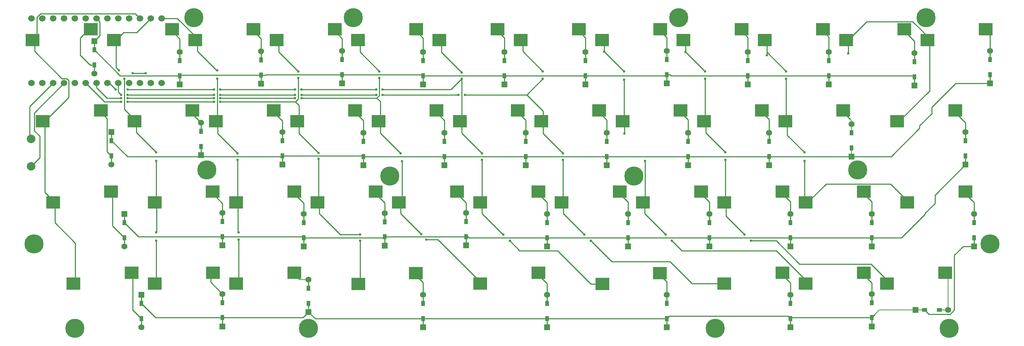
<source format=gbr>
%TF.GenerationSoftware,KiCad,Pcbnew,8.0.6*%
%TF.CreationDate,2025-02-17T10:52:22+09:00*%
%TF.ProjectId,assemble,61737365-6d62-46c6-952e-6b696361645f,rev?*%
%TF.SameCoordinates,Original*%
%TF.FileFunction,Copper,L2,Bot*%
%TF.FilePolarity,Positive*%
%FSLAX46Y46*%
G04 Gerber Fmt 4.6, Leading zero omitted, Abs format (unit mm)*
G04 Created by KiCad (PCBNEW 8.0.6) date 2025-02-17 10:52:22*
%MOMM*%
%LPD*%
G01*
G04 APERTURE LIST*
%TA.AperFunction,ComponentPad*%
%ADD10R,1.397000X1.397000*%
%TD*%
%TA.AperFunction,SMDPad,CuDef*%
%ADD11R,0.950000X1.300000*%
%TD*%
%TA.AperFunction,ComponentPad*%
%ADD12C,1.397000*%
%TD*%
%TA.AperFunction,SMDPad,CuDef*%
%ADD13R,3.300000X3.000000*%
%TD*%
%TA.AperFunction,WasherPad*%
%ADD14C,4.500000*%
%TD*%
%TA.AperFunction,SMDPad,CuDef*%
%ADD15R,1.300000X0.950000*%
%TD*%
%TA.AperFunction,ComponentPad*%
%ADD16C,2.000000*%
%TD*%
%TA.AperFunction,ComponentPad*%
%ADD17C,1.524000*%
%TD*%
%TA.AperFunction,ViaPad*%
%ADD18C,0.600000*%
%TD*%
%TA.AperFunction,Conductor*%
%ADD19C,0.250000*%
%TD*%
%TA.AperFunction,Conductor*%
%ADD20C,0.200000*%
%TD*%
G04 APERTURE END LIST*
D10*
%TO.P,D2,1,K*%
%TO.N,Row1*%
X61000000Y-68965000D03*
D11*
X61000000Y-71000000D03*
%TO.P,D2,2,A*%
%TO.N,Net-(D2-A)*%
X61000000Y-74550000D03*
D12*
X61000000Y-76585000D03*
%TD*%
D10*
%TO.P,D27,1,K*%
%TO.N,Row2*%
X182000000Y-95810000D03*
D11*
X182000000Y-93775000D03*
%TO.P,D27,2,A*%
%TO.N,Net-(D27-A)*%
X182000000Y-90225000D03*
D12*
X182000000Y-88190000D03*
%TD*%
D13*
%TO.P,SW32,1,1*%
%TO.N,Col7*%
X185431250Y-85526250D03*
%TO.P,SW32,2,2*%
%TO.N,Net-(D31-A)*%
X199031250Y-82986250D03*
%TD*%
D10*
%TO.P,D23,1,K*%
%TO.N,Row2*%
X163000000Y-95810000D03*
D11*
X163000000Y-93775000D03*
%TO.P,D23,2,A*%
%TO.N,Net-(D23-A)*%
X163000000Y-90225000D03*
D12*
X163000000Y-88190000D03*
%TD*%
D14*
%TO.P,Ref\u002A\u002A,*%
%TO.N,*%
X126208900Y-79295625D03*
%TD*%
D10*
%TO.P,D26,1,K*%
%TO.N,Row1*%
X177000000Y-76810000D03*
D11*
X177000000Y-74775000D03*
%TO.P,D26,2,A*%
%TO.N,Net-(D26-A)*%
X177000000Y-71225000D03*
D12*
X177000000Y-69190000D03*
%TD*%
D14*
%TO.P,Ref\u002A\u002A,*%
%TO.N,*%
X117636220Y-42148125D03*
%TD*%
D13*
%TO.P,SW35,1,1*%
%TO.N,Col8*%
X199718750Y-66476250D03*
%TO.P,SW35,2,2*%
%TO.N,Net-(D34-A)*%
X213318750Y-63936250D03*
%TD*%
D10*
%TO.P,D8,1,K*%
%TO.N,Row3*%
X87000000Y-114585000D03*
D11*
X87000000Y-112550000D03*
%TO.P,D8,2,A*%
%TO.N,Net-(D8-A)*%
X87000000Y-109000000D03*
D12*
X87000000Y-106965000D03*
%TD*%
D13*
%TO.P,SW22,1,1*%
%TO.N,Col5*%
X137806250Y-47426250D03*
%TO.P,SW22,2,2*%
%TO.N,Net-(D21-A)*%
X151406250Y-44886250D03*
%TD*%
%TO.P,SW25,1,1*%
%TO.N,Col5*%
X175960000Y-104616250D03*
%TO.P,SW25,2,2*%
%TO.N,Net-(D24-A)*%
X189460000Y-102076250D03*
%TD*%
D10*
%TO.P,D13,1,K*%
%TO.N,Row0*%
X115000000Y-57585000D03*
D11*
X115000000Y-55550000D03*
%TO.P,D13,2,A*%
%TO.N,Net-(D13-A)*%
X115000000Y-52000000D03*
D12*
X115000000Y-49965000D03*
%TD*%
D10*
%TO.P,D1,1,K*%
%TO.N,Row0*%
X57000000Y-47690000D03*
D11*
X57000000Y-49725000D03*
%TO.P,D1,2,A*%
%TO.N,Net-(D1-A)*%
X57000000Y-53275000D03*
D12*
X57000000Y-55310000D03*
%TD*%
D10*
%TO.P,D7,1,K*%
%TO.N,Row2*%
X87000000Y-95585000D03*
D11*
X87000000Y-93550000D03*
%TO.P,D7,2,A*%
%TO.N,Net-(D7-A)*%
X87000000Y-90000000D03*
D12*
X87000000Y-87965000D03*
%TD*%
D13*
%TO.P,SW10,1,1*%
%TO.N,Col2*%
X80656250Y-47420000D03*
%TO.P,SW10,2,2*%
%TO.N,Net-(D9-A)*%
X94256250Y-44880000D03*
%TD*%
D10*
%TO.P,D31,1,K*%
%TO.N,Row2*%
X201000000Y-95810000D03*
D11*
X201000000Y-93775000D03*
%TO.P,D31,2,A*%
%TO.N,Net-(D31-A)*%
X201000000Y-90225000D03*
D12*
X201000000Y-88190000D03*
%TD*%
D10*
%TO.P,D37,1,K*%
%TO.N,Row0*%
X229000000Y-57810000D03*
D11*
X229000000Y-55775000D03*
%TO.P,D37,2,A*%
%TO.N,Net-(D37-A)*%
X229000000Y-52225000D03*
D12*
X229000000Y-50190000D03*
%TD*%
D10*
%TO.P,D34,1,K*%
%TO.N,Row1*%
X215000000Y-76810000D03*
D11*
X215000000Y-74775000D03*
%TO.P,D34,2,A*%
%TO.N,Net-(D34-A)*%
X215000000Y-71225000D03*
D12*
X215000000Y-69190000D03*
%TD*%
D10*
%TO.P,D30,1,K*%
%TO.N,Row1*%
X196000000Y-76810000D03*
D11*
X196000000Y-74775000D03*
%TO.P,D30,2,A*%
%TO.N,Net-(D30-A)*%
X196000000Y-71225000D03*
D12*
X196000000Y-69190000D03*
%TD*%
D10*
%TO.P,D32,1,K*%
%TO.N,Row3*%
X239000000Y-114585000D03*
D11*
X239000000Y-112550000D03*
%TO.P,D32,2,A*%
%TO.N,Net-(D32-A)*%
X239000000Y-109000000D03*
D12*
X239000000Y-106965000D03*
%TD*%
D13*
%TO.P,SW7,1,1*%
%TO.N,Col1*%
X66368750Y-66476250D03*
%TO.P,SW7,2,2*%
%TO.N,Net-(D6-A)*%
X79968750Y-63936250D03*
%TD*%
D10*
%TO.P,D9,1,K*%
%TO.N,Row0*%
X96000000Y-57620000D03*
D11*
X96000000Y-55585000D03*
%TO.P,D9,2,A*%
%TO.N,Net-(D9-A)*%
X96000000Y-52035000D03*
D12*
X96000000Y-50000000D03*
%TD*%
D14*
%TO.P,Ref\u002A\u002A,*%
%TO.N,*%
X83345500Y-77866875D03*
%TD*%
D10*
%TO.P,D21,1,K*%
%TO.N,Row0*%
X153000000Y-57810000D03*
D11*
X153000000Y-55775000D03*
%TO.P,D21,2,A*%
%TO.N,Net-(D21-A)*%
X153000000Y-52225000D03*
D12*
X153000000Y-50190000D03*
%TD*%
D14*
%TO.P,Ref\u002A\u002A,*%
%TO.N,*%
X266705600Y-95250000D03*
%TD*%
D10*
%TO.P,D19,1,K*%
%TO.N,Row2*%
X144000000Y-95585000D03*
D11*
X144000000Y-93550000D03*
%TO.P,D19,2,A*%
%TO.N,Net-(D19-A)*%
X144000000Y-90000000D03*
D12*
X144000000Y-87965000D03*
%TD*%
D10*
%TO.P,D40,1,K*%
%TO.N,Row3*%
X263000000Y-95810000D03*
D11*
X263000000Y-93775000D03*
%TO.P,D40,2,A*%
%TO.N,Net-(D40-A)*%
X263000000Y-90225000D03*
D12*
X263000000Y-88190000D03*
%TD*%
D10*
%TO.P,D36,1,K*%
%TO.N,Row3*%
X249322190Y-110728125D03*
D15*
X251357190Y-110728125D03*
%TO.P,D36,2,A*%
%TO.N,Net-(D36-A)*%
X254907190Y-110728125D03*
D12*
X256942190Y-110728125D03*
%TD*%
D10*
%TO.P,D20,1,K*%
%TO.N,Row3*%
X163000000Y-114810000D03*
D11*
X163000000Y-112775000D03*
%TO.P,D20,2,A*%
%TO.N,Net-(D20-A)*%
X163000000Y-109225000D03*
D12*
X163000000Y-107190000D03*
%TD*%
D13*
%TO.P,SW29,1,1*%
%TO.N,Col6*%
X204481250Y-104576250D03*
%TO.P,SW29,2,2*%
%TO.N,Net-(D28-A)*%
X218081250Y-102036250D03*
%TD*%
%TO.P,SW11,1,1*%
%TO.N,Col2*%
X85418750Y-66476250D03*
%TO.P,SW11,2,2*%
%TO.N,Net-(D10-A)*%
X99018750Y-63936250D03*
%TD*%
D10*
%TO.P,D10,1,K*%
%TO.N,Row1*%
X101000000Y-76585000D03*
D11*
X101000000Y-74550000D03*
%TO.P,D10,2,A*%
%TO.N,Net-(D10-A)*%
X101000000Y-71000000D03*
D12*
X101000000Y-68965000D03*
%TD*%
D10*
%TO.P,D16,1,K*%
%TO.N,Row3*%
X134000000Y-114810000D03*
D11*
X134000000Y-112775000D03*
%TO.P,D16,2,A*%
%TO.N,Net-(D16-A)*%
X134000000Y-109225000D03*
D12*
X134000000Y-107190000D03*
%TD*%
D13*
%TO.P,SW40,1,1*%
%TO.N,Col9*%
X223531250Y-85526250D03*
%TO.P,SW40,2,2*%
%TO.N,Net-(D39-A)*%
X237131250Y-82986250D03*
%TD*%
%TO.P,SW15,1,1*%
%TO.N,Col3*%
X104468750Y-66476250D03*
%TO.P,SW15,2,2*%
%TO.N,Net-(D14-A)*%
X118068750Y-63936250D03*
%TD*%
D14*
%TO.P,Ref\u002A\u002A,*%
%TO.N,*%
X52388600Y-115014375D03*
%TD*%
D10*
%TO.P,D43,1,K*%
%TO.N,Row2*%
X261000000Y-76585000D03*
D11*
X261000000Y-74550000D03*
%TO.P,D43,2,A*%
%TO.N,Net-(D43-A)*%
X261000000Y-71000000D03*
D12*
X261000000Y-68965000D03*
%TD*%
D13*
%TO.P,SW37,1,1*%
%TO.N,Col8*%
X242581250Y-104576250D03*
%TO.P,SW37,2,2*%
%TO.N,Net-(D36-A)*%
X256181250Y-102036250D03*
%TD*%
D16*
%TO.P,SW1,1,1*%
%TO.N,Reset*%
X42149010Y-77068750D03*
%TO.P,SW1,2,2*%
%TO.N,GND*%
X42149010Y-70568750D03*
%TD*%
D13*
%TO.P,SW16,1,1*%
%TO.N,Col3*%
X109231250Y-85526250D03*
%TO.P,SW16,2,2*%
%TO.N,Net-(D15-A)*%
X122831250Y-82986250D03*
%TD*%
D10*
%TO.P,D14,1,K*%
%TO.N,Row1*%
X120000000Y-76810000D03*
D11*
X120000000Y-74775000D03*
%TO.P,D14,2,A*%
%TO.N,Net-(D14-A)*%
X120000000Y-71225000D03*
D12*
X120000000Y-69190000D03*
%TD*%
D13*
%TO.P,SW24,1,1*%
%TO.N,Col5*%
X147331250Y-85526250D03*
%TO.P,SW24,2,2*%
%TO.N,Net-(D23-A)*%
X160931250Y-82986250D03*
%TD*%
D10*
%TO.P,D39,1,K*%
%TO.N,Row2*%
X239000000Y-95810000D03*
D11*
X239000000Y-93775000D03*
%TO.P,D39,2,A*%
%TO.N,Net-(D39-A)*%
X239000000Y-90225000D03*
D12*
X239000000Y-88190000D03*
%TD*%
D13*
%TO.P,SW23,1,1*%
%TO.N,Col5*%
X142568750Y-66476250D03*
%TO.P,SW23,2,2*%
%TO.N,Net-(D22-A)*%
X156168750Y-63936250D03*
%TD*%
%TO.P,SW38,1,1*%
%TO.N,Col9*%
X214006250Y-47426250D03*
%TO.P,SW38,2,2*%
%TO.N,Net-(D37-A)*%
X227606250Y-44886250D03*
%TD*%
D10*
%TO.P,D42,1,K*%
%TO.N,Row1*%
X266700000Y-57585000D03*
D11*
X266700000Y-55550000D03*
%TO.P,D42,2,A*%
%TO.N,Net-(D42-A)*%
X266700000Y-52000000D03*
D12*
X266700000Y-49965000D03*
%TD*%
D13*
%TO.P,SW13,1,1*%
%TO.N,Col2*%
X90181250Y-104576250D03*
%TO.P,SW13,2,2*%
%TO.N,Net-(D12-A)*%
X103781250Y-102036250D03*
%TD*%
%TO.P,SW20,1,1*%
%TO.N,Col4*%
X128281250Y-85526250D03*
%TO.P,SW20,2,2*%
%TO.N,Net-(D19-A)*%
X141881250Y-82986250D03*
%TD*%
%TO.P,SW9,1,1*%
%TO.N,Col1*%
X71131250Y-104576250D03*
%TO.P,SW9,2,2*%
%TO.N,Net-(D8-A)*%
X84731250Y-102036250D03*
%TD*%
%TO.P,SW39,1,1*%
%TO.N,Col9*%
X218768750Y-66476250D03*
%TO.P,SW39,2,2*%
%TO.N,Net-(D38-A)*%
X232368750Y-63936250D03*
%TD*%
D10*
%TO.P,D11,1,K*%
%TO.N,Row2*%
X106000000Y-95810000D03*
D11*
X106000000Y-93775000D03*
%TO.P,D11,2,A*%
%TO.N,Net-(D11-A)*%
X106000000Y-90225000D03*
D12*
X106000000Y-88190000D03*
%TD*%
D10*
%TO.P,D4,1,K*%
%TO.N,Row3*%
X68000000Y-107190000D03*
D11*
X68000000Y-109225000D03*
%TO.P,D4,2,A*%
%TO.N,Net-(D4-A)*%
X68000000Y-112775000D03*
D12*
X68000000Y-114810000D03*
%TD*%
D10*
%TO.P,D12,1,K*%
%TO.N,Row3*%
X107158500Y-111204375D03*
D11*
X107158500Y-109169375D03*
%TO.P,D12,2,A*%
%TO.N,Net-(D12-A)*%
X107158500Y-105619375D03*
D12*
X107158500Y-103584375D03*
%TD*%
D10*
%TO.P,D28,1,K*%
%TO.N,Row3*%
X220000000Y-114810000D03*
D11*
X220000000Y-112775000D03*
%TO.P,D28,2,A*%
%TO.N,Net-(D28-A)*%
X220000000Y-109225000D03*
D12*
X220000000Y-107190000D03*
%TD*%
D10*
%TO.P,D29,1,K*%
%TO.N,Row0*%
X191000000Y-57585000D03*
D11*
X191000000Y-55550000D03*
%TO.P,D29,2,A*%
%TO.N,Net-(D29-A)*%
X191000000Y-52000000D03*
D12*
X191000000Y-49965000D03*
%TD*%
D13*
%TO.P,SW12,1,1*%
%TO.N,Col2*%
X90181250Y-85526250D03*
%TO.P,SW12,2,2*%
%TO.N,Net-(D11-A)*%
X103781250Y-82986250D03*
%TD*%
D10*
%TO.P,D24,1,K*%
%TO.N,Row3*%
X191000000Y-114810000D03*
D11*
X191000000Y-112775000D03*
%TO.P,D24,2,A*%
%TO.N,Net-(D24-A)*%
X191000000Y-109225000D03*
D12*
X191000000Y-107190000D03*
%TD*%
D10*
%TO.P,D38,1,K*%
%TO.N,Row1*%
X234319920Y-74771250D03*
D11*
X234319920Y-72736250D03*
%TO.P,D38,2,A*%
%TO.N,Net-(D38-A)*%
X234319920Y-69186250D03*
D12*
X234319920Y-67151250D03*
%TD*%
D14*
%TO.P,Ref\u002A\u002A,*%
%TO.N,*%
X235748700Y-77866875D03*
%TD*%
D13*
%TO.P,SW2,1,1*%
%TO.N,Col0*%
X42550000Y-47420000D03*
%TO.P,SW2,2,2*%
%TO.N,Net-(D1-A)*%
X56150000Y-44880000D03*
%TD*%
D14*
%TO.P,Ref\u002A\u002A,*%
%TO.N,*%
X251703410Y-42148125D03*
%TD*%
D10*
%TO.P,D33,1,K*%
%TO.N,Row0*%
X210000000Y-57810000D03*
D11*
X210000000Y-55775000D03*
%TO.P,D33,2,A*%
%TO.N,Net-(D33-A)*%
X210000000Y-52225000D03*
D12*
X210000000Y-50190000D03*
%TD*%
D13*
%TO.P,SW36,1,1*%
%TO.N,Col8*%
X204481250Y-85526250D03*
%TO.P,SW36,2,2*%
%TO.N,Net-(D35-A)*%
X218081250Y-82986250D03*
%TD*%
D14*
%TO.P,Ref\u002A\u002A,*%
%TO.N,*%
X107158500Y-115014375D03*
%TD*%
D13*
%TO.P,SW21,1,1*%
%TO.N,Col4*%
X147331250Y-104576250D03*
%TO.P,SW21,2,2*%
%TO.N,Net-(D20-A)*%
X160931250Y-102036250D03*
%TD*%
%TO.P,SW27,1,1*%
%TO.N,Col6*%
X161618750Y-66476250D03*
%TO.P,SW27,2,2*%
%TO.N,Net-(D26-A)*%
X175218750Y-63936250D03*
%TD*%
%TO.P,SW33,1,1*%
%TO.N,Col7*%
X223531250Y-104576250D03*
%TO.P,SW33,2,2*%
%TO.N,Net-(D32-A)*%
X237131250Y-102036250D03*
%TD*%
%TO.P,SW41,1,1*%
%TO.N,Col9*%
X247343750Y-85526250D03*
%TO.P,SW41,2,2*%
%TO.N,Net-(D40-A)*%
X260943750Y-82986250D03*
%TD*%
%TO.P,SW31,1,1*%
%TO.N,Col7*%
X180668750Y-66476250D03*
%TO.P,SW31,2,2*%
%TO.N,Net-(D30-A)*%
X194268750Y-63936250D03*
%TD*%
D10*
%TO.P,D3,1,K*%
%TO.N,Row2*%
X64000000Y-88190000D03*
D11*
X64000000Y-90225000D03*
%TO.P,D3,2,A*%
%TO.N,Net-(D3-A)*%
X64000000Y-93775000D03*
D12*
X64000000Y-95810000D03*
%TD*%
D13*
%TO.P,SW5,1,1*%
%TO.N,Col0*%
X52081250Y-104576250D03*
%TO.P,SW5,2,2*%
%TO.N,Net-(D4-A)*%
X65681250Y-102036250D03*
%TD*%
%TO.P,SW19,1,1*%
%TO.N,Col4*%
X123518750Y-66476250D03*
%TO.P,SW19,2,2*%
%TO.N,Net-(D18-A)*%
X137118750Y-63936250D03*
%TD*%
D14*
%TO.P,Ref\u002A\u002A,*%
%TO.N,*%
X42863400Y-95250000D03*
%TD*%
%TO.P,Ref\u002A\u002A,*%
%TO.N,*%
X80249810Y-42148125D03*
%TD*%
D10*
%TO.P,D5,1,K*%
%TO.N,Row0*%
X77000000Y-57810000D03*
D11*
X77000000Y-55775000D03*
%TO.P,D5,2,A*%
%TO.N,Net-(D5-A)*%
X77000000Y-52225000D03*
D12*
X77000000Y-50190000D03*
%TD*%
D10*
%TO.P,D35,1,K*%
%TO.N,Row2*%
X220000000Y-95810000D03*
D11*
X220000000Y-93775000D03*
%TO.P,D35,2,A*%
%TO.N,Net-(D35-A)*%
X220000000Y-90225000D03*
D12*
X220000000Y-88190000D03*
%TD*%
D13*
%TO.P,SW4,1,1*%
%TO.N,Col0*%
X47310000Y-85520000D03*
%TO.P,SW4,2,2*%
%TO.N,Net-(D3-A)*%
X60910000Y-82980000D03*
%TD*%
%TO.P,SW42,1,1*%
%TO.N,Col10*%
X233056250Y-47426250D03*
%TO.P,SW42,2,2*%
%TO.N,Net-(D41-A)*%
X246656250Y-44886250D03*
%TD*%
D10*
%TO.P,D6,1,K*%
%TO.N,Row1*%
X82000000Y-74425000D03*
D11*
X82000000Y-72390000D03*
%TO.P,D6,2,A*%
%TO.N,Net-(D6-A)*%
X82000000Y-68840000D03*
D12*
X82000000Y-66805000D03*
%TD*%
D14*
%TO.P,Ref\u002A\u002A,*%
%TO.N,*%
X193837820Y-42148125D03*
%TD*%
D13*
%TO.P,SW30,1,1*%
%TO.N,Col7*%
X175906250Y-47426250D03*
%TO.P,SW30,2,2*%
%TO.N,Net-(D29-A)*%
X189506250Y-44886250D03*
%TD*%
D14*
%TO.P,Ref\u002A\u002A,*%
%TO.N,*%
X257180425Y-115014375D03*
%TD*%
D13*
%TO.P,SW3,1,1*%
%TO.N,Col0*%
X44930000Y-66470000D03*
%TO.P,SW3,2,2*%
%TO.N,Net-(D2-A)*%
X58530000Y-63930000D03*
%TD*%
D10*
%TO.P,D18,1,K*%
%TO.N,Row1*%
X139000000Y-76810000D03*
D11*
X139000000Y-74775000D03*
%TO.P,D18,2,A*%
%TO.N,Net-(D18-A)*%
X139000000Y-71225000D03*
D12*
X139000000Y-69190000D03*
%TD*%
D10*
%TO.P,D15,1,K*%
%TO.N,Row2*%
X125000000Y-95620000D03*
D11*
X125000000Y-93585000D03*
%TO.P,D15,2,A*%
%TO.N,Net-(D15-A)*%
X125000000Y-90035000D03*
D12*
X125000000Y-88000000D03*
%TD*%
D13*
%TO.P,SW26,1,1*%
%TO.N,Col6*%
X156856250Y-47420000D03*
%TO.P,SW26,2,2*%
%TO.N,Net-(D25-A)*%
X170456250Y-44880000D03*
%TD*%
D14*
%TO.P,Ref\u002A\u002A,*%
%TO.N,*%
X183360100Y-79295625D03*
%TD*%
D13*
%TO.P,SW18,1,1*%
%TO.N,Col4*%
X118756250Y-47426250D03*
%TO.P,SW18,2,2*%
%TO.N,Net-(D17-A)*%
X132356250Y-44886250D03*
%TD*%
D14*
%TO.P,Ref\u002A\u002A,*%
%TO.N,*%
X202410500Y-115014375D03*
%TD*%
D10*
%TO.P,D41,1,K*%
%TO.N,Row0*%
X249000000Y-58035000D03*
D11*
X249000000Y-56000000D03*
%TO.P,D41,2,A*%
%TO.N,Net-(D41-A)*%
X249000000Y-52450000D03*
D12*
X249000000Y-50415000D03*
%TD*%
D10*
%TO.P,D17,1,K*%
%TO.N,Row0*%
X134000000Y-57810000D03*
D11*
X134000000Y-55775000D03*
%TO.P,D17,2,A*%
%TO.N,Net-(D17-A)*%
X134000000Y-52225000D03*
D12*
X134000000Y-50190000D03*
%TD*%
D13*
%TO.P,SW44,1,1*%
%TO.N,Col10*%
X244970000Y-66476250D03*
%TO.P,SW44,2,2*%
%TO.N,Net-(D43-A)*%
X258570000Y-63936250D03*
%TD*%
%TO.P,SW14,1,1*%
%TO.N,Col3*%
X99706250Y-47426250D03*
%TO.P,SW14,2,2*%
%TO.N,Net-(D13-A)*%
X113306250Y-44886250D03*
%TD*%
%TO.P,SW8,1,1*%
%TO.N,Col1*%
X71122500Y-85526250D03*
%TO.P,SW8,2,2*%
%TO.N,Net-(D7-A)*%
X84722500Y-82986250D03*
%TD*%
D10*
%TO.P,D22,1,K*%
%TO.N,Row1*%
X158000000Y-76810000D03*
D11*
X158000000Y-74775000D03*
%TO.P,D22,2,A*%
%TO.N,Net-(D22-A)*%
X158000000Y-71225000D03*
D12*
X158000000Y-69190000D03*
%TD*%
D13*
%TO.P,SW43,1,1*%
%TO.N,Col10*%
X252106250Y-47420000D03*
%TO.P,SW43,2,2*%
%TO.N,Net-(D42-A)*%
X265706250Y-44880000D03*
%TD*%
%TO.P,SW34,1,1*%
%TO.N,Col8*%
X194956250Y-47426250D03*
%TO.P,SW34,2,2*%
%TO.N,Net-(D33-A)*%
X208556250Y-44886250D03*
%TD*%
%TO.P,SW6,1,1*%
%TO.N,Col1*%
X61606250Y-47420000D03*
%TO.P,SW6,2,2*%
%TO.N,Net-(D5-A)*%
X75206250Y-44880000D03*
%TD*%
%TO.P,SW17,1,1*%
%TO.N,Col3*%
X118800000Y-104616250D03*
%TO.P,SW17,2,2*%
%TO.N,Net-(D16-A)*%
X132300000Y-102076250D03*
%TD*%
D10*
%TO.P,D25,1,K*%
%TO.N,Row0*%
X172000000Y-57810000D03*
D11*
X172000000Y-55775000D03*
%TO.P,D25,2,A*%
%TO.N,Net-(D25-A)*%
X172000000Y-52225000D03*
D12*
X172000000Y-50190000D03*
%TD*%
D13*
%TO.P,SW28,1,1*%
%TO.N,Col6*%
X166381250Y-85526250D03*
%TO.P,SW28,2,2*%
%TO.N,Net-(D27-A)*%
X179981250Y-82986250D03*
%TD*%
D17*
%TO.P,U1,1,D3/PIN1*%
%TO.N,unconnected-(U1-D3{slash}PIN1-Pad1)*%
X44832000Y-42286400D03*
%TO.P,U1,2,D2/PIN2*%
%TO.N,unconnected-(U1-D2{slash}PIN2-Pad2)*%
X47372000Y-42286400D03*
%TO.P,U1,3,GND*%
%TO.N,GND*%
X49912000Y-42286400D03*
%TO.P,U1,4,GND*%
X52452000Y-42286400D03*
%TO.P,U1,5,D1/PIN5/SDA*%
%TO.N,unconnected-(U1-D1{slash}PIN5{slash}SDA-Pad5)*%
X54992000Y-42286400D03*
%TO.P,U1,6,D0/PIN6/SCL*%
%TO.N,Row0*%
X57532000Y-42286400D03*
%TO.P,U1,7,D4/PIN7*%
%TO.N,Row1*%
X60072000Y-42286400D03*
%TO.P,U1,8,C6/PIN8*%
%TO.N,Row2*%
X62612000Y-42286400D03*
%TO.P,U1,9,D7/PIN9*%
%TO.N,Row3*%
X65152000Y-42286400D03*
%TO.P,U1,10,E6/PIN10*%
%TO.N,Col0*%
X67692000Y-42286400D03*
%TO.P,U1,11,B4/PIN11*%
%TO.N,Col1*%
X70232000Y-42286400D03*
%TO.P,U1,12,B5/PIN12*%
%TO.N,Col2*%
X72772000Y-42286400D03*
%TO.P,U1,13,B6/PIN13*%
%TO.N,Col10*%
X72772000Y-57506400D03*
%TO.P,U1,14,B2/PIN14*%
%TO.N,Col9*%
X70232000Y-57506400D03*
%TO.P,U1,15,B3/PIN15*%
%TO.N,Col8*%
X67692000Y-57506400D03*
%TO.P,U1,16,B1/PIN16*%
%TO.N,Col7*%
X65152000Y-57506400D03*
%TO.P,U1,17,F7/PIN17*%
%TO.N,Col6*%
X62612000Y-57506400D03*
%TO.P,U1,18,F6/PIN18*%
%TO.N,Col5*%
X60072000Y-57506400D03*
%TO.P,U1,19,F5/PIN19*%
%TO.N,Col4*%
X57532000Y-57506400D03*
%TO.P,U1,20,F4/PIN20*%
%TO.N,Col3*%
X54992000Y-57506400D03*
%TO.P,U1,21,VCC*%
%TO.N,VCC*%
X52452000Y-57506400D03*
%TO.P,U1,22,RST*%
%TO.N,Reset*%
X49912000Y-57506400D03*
%TO.P,U1,23,GND*%
%TO.N,GND*%
X47372000Y-57506400D03*
%TO.P,U1,24,RAW*%
%TO.N,unconnected-(U1-RAW-Pad24)*%
X44832000Y-57506400D03*
%TO.P,U1,25,BAT+*%
%TO.N,unconnected-(U1-BAT+-Pad25)*%
X42292000Y-57506400D03*
%TO.P,U1,26,BAT-*%
%TO.N,GND*%
X42292000Y-42286400D03*
%TD*%
D18*
%TO.N,Col1*%
X71500000Y-94500000D03*
X71500000Y-73750000D03*
X64013368Y-56486632D03*
X71500000Y-75750000D03*
X62750000Y-54500000D03*
X71500000Y-92500000D03*
%TO.N,Col2*%
X90750000Y-94250000D03*
X85750000Y-56500000D03*
X90750000Y-92500000D03*
X90500000Y-75500000D03*
X90500000Y-74000000D03*
X85750000Y-54500000D03*
%TO.N,Col3*%
X63250000Y-61850006D03*
X86500000Y-61850006D03*
X119250000Y-93000000D03*
X119250000Y-94500000D03*
X104750000Y-56250000D03*
X109500000Y-73925000D03*
X109500000Y-75250000D03*
X104750000Y-54750000D03*
X64750000Y-61850006D03*
X85000000Y-61850006D03*
%TO.N,Col4*%
X63250000Y-61050003D03*
X133500000Y-92925000D03*
X104000000Y-61050003D03*
X123750000Y-54750000D03*
X64750000Y-61050003D03*
X129066460Y-75816460D03*
X123750000Y-56250000D03*
X85000000Y-61050003D03*
X105500000Y-61050003D03*
X86500000Y-61050003D03*
X128750000Y-74000000D03*
X134750000Y-94250000D03*
%TO.N,Col5*%
X86500000Y-59000000D03*
X124500000Y-59000000D03*
X85000000Y-59000000D03*
X154250000Y-94500000D03*
X152750000Y-93000000D03*
X147750000Y-74000000D03*
X143000000Y-56500000D03*
X64750000Y-59000000D03*
X123000000Y-59000000D03*
X147750000Y-75500000D03*
X61987000Y-59000000D03*
X143000000Y-55000000D03*
X104000000Y-59000000D03*
X105500000Y-59000000D03*
%TO.N,Col6*%
X142250000Y-60250000D03*
X143750000Y-60250000D03*
X64750000Y-60250000D03*
X166750000Y-74000000D03*
X85000000Y-60250000D03*
X123000000Y-60250000D03*
X173250000Y-94500000D03*
X162000000Y-54750000D03*
X63250000Y-60250000D03*
X105500000Y-60250000D03*
X162000000Y-56500000D03*
X171750000Y-93000000D03*
X104000000Y-60250000D03*
X124500000Y-60250000D03*
X166750000Y-75500000D03*
X86500000Y-60250000D03*
%TO.N,Col7*%
X65980000Y-55150000D03*
X190750000Y-93000000D03*
X69000000Y-55150000D03*
X181000000Y-56750000D03*
X181118750Y-69294375D03*
X181000000Y-54750000D03*
X185979530Y-75729530D03*
X192250000Y-94500000D03*
X176356250Y-50106250D03*
%TO.N,Col8*%
X200000000Y-54750000D03*
X195406250Y-50156250D03*
X204750000Y-75500000D03*
X209250000Y-93000000D03*
X210750000Y-94500000D03*
X204750000Y-73750000D03*
X200000000Y-56500000D03*
%TO.N,Col10*%
X233500000Y-50500000D03*
%TO.N,Col9*%
X223250000Y-75750000D03*
X219000000Y-54750000D03*
X223250000Y-73750000D03*
X214456250Y-51000000D03*
X219000000Y-56500000D03*
%TD*%
D19*
%TO.N,Net-(D1-A)*%
X53705000Y-50955000D02*
X56025000Y-53275000D01*
X55700000Y-44880000D02*
X53705000Y-46875000D01*
X56025000Y-53275000D02*
X57000000Y-53275000D01*
X57000000Y-53275000D02*
X57000000Y-55310000D01*
X53705000Y-46875000D02*
X53705000Y-50955000D01*
%TO.N,Row0*%
X191000000Y-55550000D02*
X191000000Y-57585000D01*
X134000000Y-55775000D02*
X153000000Y-55775000D01*
X77000000Y-55775000D02*
X77275000Y-55775000D01*
X229000000Y-55775000D02*
X248775000Y-55775000D01*
X192025000Y-55775000D02*
X210000000Y-55775000D01*
X96000000Y-55585000D02*
X96000000Y-57620000D01*
X57000000Y-47690000D02*
X57000000Y-49725000D01*
X77465000Y-55585000D02*
X96000000Y-55585000D01*
X134000000Y-55775000D02*
X134000000Y-57810000D01*
X153000000Y-55775000D02*
X172000000Y-55775000D01*
X115000000Y-55550000D02*
X115000000Y-57585000D01*
X115000000Y-55550000D02*
X133775000Y-55550000D01*
X229000000Y-55775000D02*
X229000000Y-57810000D01*
X210000000Y-55775000D02*
X210000000Y-57810000D01*
X77000000Y-55775000D02*
X77000000Y-57810000D01*
X191000000Y-55550000D02*
X191800000Y-55550000D01*
X133775000Y-55550000D02*
X134000000Y-55775000D01*
X58293999Y-43048399D02*
X57532000Y-42286400D01*
X58293999Y-46396001D02*
X58293999Y-43048399D01*
X190775000Y-55775000D02*
X191000000Y-55550000D01*
X57000000Y-47690000D02*
X58293999Y-46396001D01*
X249000000Y-56000000D02*
X249000000Y-58035000D01*
X248775000Y-55775000D02*
X249000000Y-56000000D01*
X172000000Y-55775000D02*
X172000000Y-57810000D01*
X57000000Y-49725000D02*
X63050000Y-55775000D01*
X97165000Y-55585000D02*
X97200000Y-55550000D01*
X172000000Y-55775000D02*
X190775000Y-55775000D01*
X96000000Y-55585000D02*
X97165000Y-55585000D01*
X210000000Y-55775000D02*
X229000000Y-55775000D01*
X191800000Y-55550000D02*
X192025000Y-55775000D01*
X97200000Y-55550000D02*
X115000000Y-55550000D01*
X77275000Y-55775000D02*
X77465000Y-55585000D01*
X63050000Y-55775000D02*
X77000000Y-55775000D01*
X153000000Y-55775000D02*
X153000000Y-57810000D01*
%TO.N,Row1*%
X119775000Y-74550000D02*
X120000000Y-74775000D01*
X139000000Y-74775000D02*
X158000000Y-74775000D01*
D20*
X234319920Y-72736250D02*
X234319920Y-74771250D01*
D19*
X61000000Y-68965000D02*
X61000000Y-71000000D01*
X100775000Y-74775000D02*
X101000000Y-74550000D01*
X253085000Y-64665000D02*
X253085000Y-63165000D01*
X250250000Y-67500000D02*
X253085000Y-64665000D01*
X81650000Y-74775000D02*
X82000000Y-74425000D01*
X266700000Y-55550000D02*
X266700000Y-57585000D01*
X64775000Y-74775000D02*
X81650000Y-74775000D01*
X82000000Y-72390000D02*
X82000000Y-74425000D01*
X82350000Y-74775000D02*
X100775000Y-74775000D01*
X177000000Y-74775000D02*
X177000000Y-76810000D01*
X234000000Y-74775000D02*
X243565794Y-74775000D01*
X139000000Y-74775000D02*
X139000000Y-76810000D01*
X250250000Y-68090794D02*
X250250000Y-67500000D01*
X61000000Y-71000000D02*
X64775000Y-74775000D01*
X196000000Y-74775000D02*
X215000000Y-74775000D01*
X243565794Y-74775000D02*
X250250000Y-68090794D01*
X82000000Y-74425000D02*
X82350000Y-74775000D01*
X158000000Y-74775000D02*
X177000000Y-74775000D01*
X266700000Y-57585000D02*
X258665000Y-57585000D01*
X196000000Y-74775000D02*
X196000000Y-76810000D01*
X101000000Y-74550000D02*
X119775000Y-74550000D01*
X215000000Y-74775000D02*
X215000000Y-76810000D01*
X253085000Y-63165000D02*
X258665000Y-57585000D01*
X101000000Y-76585000D02*
X101000000Y-74550000D01*
X177000000Y-74775000D02*
X196000000Y-74775000D01*
X215000000Y-74775000D02*
X234000000Y-74775000D01*
X120000000Y-74775000D02*
X120000000Y-76810000D01*
X158000000Y-74775000D02*
X158000000Y-76810000D01*
X120000000Y-74775000D02*
X139000000Y-74775000D01*
%TO.N,Net-(D2-A)*%
X58080000Y-63930000D02*
X59976500Y-65826500D01*
X59976500Y-73526500D02*
X61000000Y-74550000D01*
X61000000Y-74550000D02*
X61000000Y-76585000D01*
X59976500Y-65826500D02*
X59976500Y-73526500D01*
%TO.N,Net-(D3-A)*%
X64000000Y-93775000D02*
X64000000Y-95810000D01*
X61215000Y-83735000D02*
X61215000Y-90990000D01*
X61215000Y-90990000D02*
X64000000Y-93775000D01*
X60460000Y-82980000D02*
X61215000Y-83735000D01*
%TO.N,Row2*%
X144000000Y-93550000D02*
X144450000Y-93550000D01*
X125415000Y-93585000D02*
X125450000Y-93550000D01*
X106000000Y-93775000D02*
X106000000Y-95810000D01*
X64000000Y-88190000D02*
X64000000Y-90225000D01*
X201000000Y-93775000D02*
X220000000Y-93775000D01*
X87000000Y-93550000D02*
X67325000Y-93550000D01*
X125000000Y-93585000D02*
X125415000Y-93585000D01*
X144450000Y-93550000D02*
X144675000Y-93775000D01*
X144675000Y-93775000D02*
X163000000Y-93775000D01*
X220000000Y-93775000D02*
X220000000Y-95810000D01*
X125000000Y-93585000D02*
X125000000Y-95620000D01*
X163000000Y-93775000D02*
X182000000Y-93775000D01*
X239000000Y-93775000D02*
X239000000Y-95810000D01*
X245989544Y-93775000D02*
X239000000Y-93775000D01*
X144000000Y-93550000D02*
X144000000Y-95585000D01*
X261000000Y-76585000D02*
X253809993Y-83775007D01*
X105775000Y-93550000D02*
X106000000Y-93775000D01*
X253809993Y-85731250D02*
X251500000Y-88041243D01*
X251500000Y-88041243D02*
X251500000Y-88264544D01*
X251500000Y-88264544D02*
X245989544Y-93775000D01*
X87000000Y-93550000D02*
X105775000Y-93550000D01*
X124810000Y-93775000D02*
X125000000Y-93585000D01*
X125450000Y-93550000D02*
X144000000Y-93550000D01*
X253809993Y-83775007D02*
X253809993Y-85731250D01*
X67325000Y-93550000D02*
X64000000Y-90225000D01*
X182000000Y-93775000D02*
X182000000Y-95810000D01*
X106000000Y-93775000D02*
X124810000Y-93775000D01*
X261000000Y-74550000D02*
X261000000Y-76585000D01*
X182000000Y-93775000D02*
X201000000Y-93775000D01*
X220000000Y-93775000D02*
X239000000Y-93775000D01*
X163000000Y-93775000D02*
X163000000Y-95810000D01*
X201000000Y-93775000D02*
X201000000Y-95810000D01*
X87000000Y-95585000D02*
X87000000Y-93550000D01*
%TO.N,Row3*%
X220000000Y-112775000D02*
X220000000Y-114810000D01*
X71325000Y-112550000D02*
X68000000Y-109225000D01*
X134000000Y-112775000D02*
X134000000Y-114810000D01*
X220225000Y-112550000D02*
X220000000Y-112775000D01*
X105812875Y-112550000D02*
X107158500Y-111204375D01*
X191000000Y-112775000D02*
X191000000Y-114810000D01*
X258371050Y-97869395D02*
X258371050Y-110746713D01*
X107158500Y-111204375D02*
X108729125Y-112775000D01*
X258371050Y-110746713D02*
X257366138Y-111751625D01*
X191618125Y-112156875D02*
X191000000Y-112775000D01*
X263000000Y-93775000D02*
X263000000Y-95810000D01*
X87000000Y-112550000D02*
X71325000Y-112550000D01*
X68000000Y-109225000D02*
X68000000Y-107190000D01*
X134000000Y-112775000D02*
X163000000Y-112775000D01*
D20*
X240821875Y-110728125D02*
X239000000Y-112550000D01*
D19*
X163000000Y-112775000D02*
X163000000Y-114810000D01*
X239804375Y-111745625D02*
X239000000Y-112550000D01*
X107158500Y-109169375D02*
X107158500Y-111204375D01*
X239000000Y-112550000D02*
X239000000Y-114585000D01*
X191000000Y-112775000D02*
X163000000Y-112775000D01*
X87000000Y-112550000D02*
X87000000Y-114585000D01*
X252380690Y-111751625D02*
X251357190Y-110728125D01*
X219381875Y-112156875D02*
X191618125Y-112156875D01*
X239000000Y-112550000D02*
X220225000Y-112550000D01*
X108729125Y-112775000D02*
X134000000Y-112775000D01*
X87000000Y-112550000D02*
X105812875Y-112550000D01*
X260430445Y-95810000D02*
X258371050Y-97869395D01*
D20*
X251357190Y-110728125D02*
X249322190Y-110728125D01*
D19*
X257366138Y-111751625D02*
X252380690Y-111751625D01*
X263000000Y-95810000D02*
X260430445Y-95810000D01*
D20*
X249322190Y-110728125D02*
X240821875Y-110728125D01*
D19*
X220000000Y-112775000D02*
X219381875Y-112156875D01*
%TO.N,Net-(D4-A)*%
X65986250Y-110761250D02*
X68000000Y-112775000D01*
X65231250Y-102036250D02*
X65986250Y-102791250D01*
X68000000Y-112775000D02*
X68000000Y-114810000D01*
X65986250Y-102791250D02*
X65986250Y-110761250D01*
%TO.N,Net-(D5-A)*%
X77000000Y-52225000D02*
X77000000Y-50190000D01*
X77000000Y-50190000D02*
X77000000Y-47123750D01*
X77000000Y-47123750D02*
X74756250Y-44880000D01*
%TO.N,Net-(D6-A)*%
X82000000Y-68840000D02*
X82000000Y-66805000D01*
X82000000Y-66805000D02*
X79518750Y-64323750D01*
X79518750Y-64323750D02*
X79518750Y-63936250D01*
%TO.N,Net-(D7-A)*%
X87000000Y-90000000D02*
X87000000Y-87965000D01*
X87000000Y-85713750D02*
X87000000Y-87965000D01*
X84272500Y-82986250D02*
X87000000Y-85713750D01*
%TO.N,Net-(D8-A)*%
X87000000Y-106965000D02*
X87000000Y-109000000D01*
X84281250Y-102036250D02*
X84281250Y-104246250D01*
X84281250Y-104246250D02*
X87000000Y-106965000D01*
%TO.N,Net-(D9-A)*%
X96000000Y-47073750D02*
X93806250Y-44880000D01*
X96000000Y-50000000D02*
X96000000Y-47073750D01*
X96000000Y-52035000D02*
X96000000Y-50000000D01*
%TO.N,Net-(D10-A)*%
X101000000Y-71000000D02*
X101000000Y-68965000D01*
X101000000Y-68965000D02*
X101000000Y-66367500D01*
X101000000Y-66367500D02*
X98568750Y-63936250D01*
%TO.N,Net-(D11-A)*%
X106000000Y-85655000D02*
X106000000Y-88190000D01*
X103331250Y-82986250D02*
X106000000Y-85655000D01*
X106000000Y-88190000D02*
X106000000Y-90225000D01*
%TO.N,Net-(D12-A)*%
X107158500Y-105619375D02*
X107158500Y-103584375D01*
D20*
X103467225Y-102036250D02*
X105015350Y-103584375D01*
X105015350Y-103584375D02*
X107158500Y-103584375D01*
X103331250Y-102036250D02*
X103467225Y-102036250D01*
D19*
%TO.N,Net-(D13-A)*%
X115000000Y-49965000D02*
X115000000Y-47030000D01*
X115000000Y-47030000D02*
X112856250Y-44886250D01*
X115000000Y-52000000D02*
X115000000Y-49965000D01*
%TO.N,Net-(D14-A)*%
X120000000Y-71225000D02*
X120000000Y-69190000D01*
X120000000Y-66317500D02*
X117618750Y-63936250D01*
X120000000Y-69190000D02*
X120000000Y-66317500D01*
%TO.N,Net-(D15-A)*%
X125000000Y-90035000D02*
X125000000Y-88000000D01*
X125000000Y-88000000D02*
X125000000Y-85605000D01*
X125000000Y-85605000D02*
X122381250Y-82986250D01*
%TO.N,Net-(D16-A)*%
X134000000Y-109225000D02*
X134000000Y-107190000D01*
X134000000Y-104276250D02*
X134000000Y-107190000D01*
X131800000Y-102076250D02*
X134000000Y-104276250D01*
%TO.N,Net-(D17-A)*%
X134000000Y-46980000D02*
X131906250Y-44886250D01*
X134000000Y-50190000D02*
X134000000Y-46980000D01*
X134000000Y-52225000D02*
X134000000Y-50190000D01*
%TO.N,Net-(D18-A)*%
X139000000Y-66267500D02*
X136668750Y-63936250D01*
X139000000Y-71225000D02*
X139000000Y-69190000D01*
X139000000Y-69190000D02*
X139000000Y-66267500D01*
%TO.N,Net-(D19-A)*%
X144000000Y-85555000D02*
X141431250Y-82986250D01*
X144000000Y-87965000D02*
X144000000Y-85555000D01*
X144000000Y-90000000D02*
X144000000Y-87965000D01*
%TO.N,Net-(D20-A)*%
X163000000Y-107190000D02*
X163000000Y-104555000D01*
X163000000Y-107190000D02*
X163000000Y-109225000D01*
X163000000Y-104555000D02*
X160481250Y-102036250D01*
%TO.N,Net-(D21-A)*%
X153000000Y-52225000D02*
X153000000Y-50190000D01*
X153000000Y-50190000D02*
X153000000Y-46930000D01*
X153000000Y-46930000D02*
X150956250Y-44886250D01*
%TO.N,Net-(D22-A)*%
X158000000Y-66217500D02*
X155718750Y-63936250D01*
X158000000Y-71225000D02*
X158000000Y-69190000D01*
X158000000Y-69190000D02*
X158000000Y-66217500D01*
%TO.N,Net-(D23-A)*%
X160481250Y-82986250D02*
X163000000Y-85505000D01*
X163000000Y-88190000D02*
X163000000Y-90225000D01*
X163000000Y-85505000D02*
X163000000Y-88190000D01*
%TO.N,Net-(D24-A)*%
X191000000Y-107190000D02*
X191000000Y-109225000D01*
X191000000Y-104116250D02*
X191000000Y-107190000D01*
X188960000Y-102076250D02*
X191000000Y-104116250D01*
%TO.N,Net-(D25-A)*%
X172000000Y-46873750D02*
X170006250Y-44880000D01*
X172000000Y-52225000D02*
X172000000Y-50190000D01*
X172000000Y-50190000D02*
X172000000Y-46873750D01*
%TO.N,Net-(D26-A)*%
X177000000Y-71225000D02*
X177000000Y-69190000D01*
X177000000Y-66167500D02*
X174768750Y-63936250D01*
X177000000Y-69190000D02*
X177000000Y-66167500D01*
%TO.N,Net-(D27-A)*%
X182000000Y-90225000D02*
X182000000Y-88190000D01*
X182000000Y-88190000D02*
X182000000Y-85455000D01*
X182000000Y-85455000D02*
X179531250Y-82986250D01*
%TO.N,Net-(D28-A)*%
X220000000Y-107190000D02*
X220000000Y-109225000D01*
X217631250Y-102036250D02*
X220000000Y-104405000D01*
X220000000Y-104405000D02*
X220000000Y-107190000D01*
%TO.N,Net-(D29-A)*%
X191000000Y-52000000D02*
X191000000Y-49965000D01*
X191000000Y-49965000D02*
X191000000Y-46830000D01*
X191000000Y-46830000D02*
X189056250Y-44886250D01*
%TO.N,Net-(D30-A)*%
X196000000Y-71225000D02*
X196000000Y-69190000D01*
X196000000Y-69190000D02*
X196000000Y-66117500D01*
X196000000Y-66117500D02*
X193818750Y-63936250D01*
%TO.N,Net-(D31-A)*%
X201000000Y-85405000D02*
X198581250Y-82986250D01*
X201000000Y-88190000D02*
X201000000Y-85405000D01*
X201000000Y-90225000D02*
X201000000Y-88190000D01*
%TO.N,Net-(D32-A)*%
X239000000Y-106965000D02*
X239000000Y-109000000D01*
X236681250Y-102036250D02*
X239000000Y-104355000D01*
X239000000Y-104355000D02*
X239000000Y-106965000D01*
%TO.N,Net-(D33-A)*%
X210000000Y-52225000D02*
X210000000Y-50190000D01*
X210000000Y-50190000D02*
X210000000Y-46780000D01*
X210000000Y-46780000D02*
X208106250Y-44886250D01*
%TO.N,Net-(D34-A)*%
X215000000Y-69190000D02*
X215000000Y-66067500D01*
X215000000Y-66067500D02*
X212868750Y-63936250D01*
X215000000Y-71225000D02*
X215000000Y-69190000D01*
%TO.N,Net-(D35-A)*%
X220000000Y-85355000D02*
X217631250Y-82986250D01*
X220000000Y-88190000D02*
X220000000Y-85355000D01*
X220000000Y-90225000D02*
X220000000Y-88190000D01*
D20*
%TO.N,Net-(D36-A)*%
X255731250Y-102036250D02*
X256942190Y-103247190D01*
X254907190Y-110728125D02*
X256942190Y-110728125D01*
X256942190Y-103247190D02*
X256942190Y-110728125D01*
D19*
%TO.N,Net-(D37-A)*%
X229000000Y-52225000D02*
X229000000Y-50190000D01*
X229000000Y-50190000D02*
X229000000Y-46730000D01*
X229000000Y-46730000D02*
X227156250Y-44886250D01*
%TO.N,Net-(D38-A)*%
X234000000Y-66017500D02*
X231918750Y-63936250D01*
D20*
X234319920Y-67151250D02*
X234319920Y-69186250D01*
X234319920Y-67151250D02*
X234319920Y-66337420D01*
X234319920Y-66337420D02*
X234000000Y-66017500D01*
D19*
%TO.N,Net-(D39-A)*%
X239000000Y-90225000D02*
X239000000Y-88190000D01*
X239000000Y-85305000D02*
X239000000Y-88190000D01*
X236681250Y-82986250D02*
X239000000Y-85305000D01*
%TO.N,Net-(D40-A)*%
X263000000Y-85492500D02*
X260493750Y-82986250D01*
X263000000Y-90225000D02*
X263000000Y-88190000D01*
X263000000Y-88190000D02*
X263000000Y-85492500D01*
%TO.N,Net-(D41-A)*%
X249000000Y-50415000D02*
X249000000Y-52450000D01*
X249000000Y-50415000D02*
X249000000Y-47680000D01*
X249000000Y-47680000D02*
X246206250Y-44886250D01*
%TO.N,Net-(D42-A)*%
X266700000Y-46323750D02*
X266700000Y-49965000D01*
X265256250Y-44880000D02*
X266700000Y-46323750D01*
X266700000Y-49965000D02*
X266700000Y-52000000D01*
%TO.N,Net-(D43-A)*%
X261000000Y-71000000D02*
X261000000Y-68965000D01*
X261000000Y-68965000D02*
X261000000Y-66816250D01*
X261000000Y-66816250D02*
X258120000Y-63936250D01*
%TO.N,GND*%
X42149010Y-70568750D02*
X41862500Y-70282240D01*
X41862500Y-63015900D02*
X47372000Y-57506400D01*
X41862500Y-70282240D02*
X41862500Y-63015900D01*
%TO.N,Reset*%
X42955000Y-64463400D02*
X42955000Y-68705000D01*
X44187500Y-75030260D02*
X42149010Y-77068750D01*
X49912000Y-57506400D02*
X42955000Y-64463400D01*
X44187500Y-69937500D02*
X44187500Y-75030260D01*
X42955000Y-68705000D02*
X44187500Y-69937500D01*
%TO.N,Col0*%
X43500000Y-46920000D02*
X43500000Y-42081149D01*
X45380000Y-66470000D02*
X45380000Y-83140000D01*
X44381749Y-41199400D02*
X66605000Y-41199400D01*
X50999000Y-56884000D02*
X50999000Y-60851000D01*
X52531250Y-104576250D02*
X52531250Y-95031250D01*
X49394856Y-56419400D02*
X50534400Y-56419400D01*
X52531250Y-95031250D02*
X47750000Y-90250000D01*
X43000000Y-47420000D02*
X43000000Y-50024544D01*
X43000000Y-50024544D02*
X49394856Y-56419400D01*
X45380000Y-83140000D02*
X47760000Y-85520000D01*
X43500000Y-42081149D02*
X44381749Y-41199400D01*
X43000000Y-47420000D02*
X43500000Y-46920000D01*
X47750000Y-89750000D02*
X47760000Y-89740000D01*
X66605000Y-41199400D02*
X67692000Y-42286400D01*
X47750000Y-90250000D02*
X47750000Y-89750000D01*
X47760000Y-89740000D02*
X47760000Y-85520000D01*
X50534400Y-56419400D02*
X50999000Y-56884000D01*
X50999000Y-60851000D02*
X45380000Y-66470000D01*
%TO.N,Col1*%
X62056250Y-53806250D02*
X62750000Y-54500000D01*
X66818750Y-69080794D02*
X71487956Y-73750000D01*
X71487956Y-73750000D02*
X71500000Y-73750000D01*
X71500000Y-94500000D02*
X71500000Y-104495000D01*
X71500000Y-75750000D02*
X71500000Y-85453750D01*
X71500000Y-104495000D02*
X71581250Y-104576250D01*
X71572500Y-92427500D02*
X71500000Y-92500000D01*
X66818750Y-66476250D02*
X66818750Y-69080794D01*
X66933400Y-45585000D02*
X70232000Y-42286400D01*
X62056250Y-47420000D02*
X62056250Y-53806250D01*
X64013368Y-63670868D02*
X66818750Y-66476250D01*
X63891250Y-45585000D02*
X62056250Y-47420000D01*
X71572500Y-85526250D02*
X71572500Y-92427500D01*
X71500000Y-85453750D02*
X71572500Y-85526250D01*
X64013368Y-56486632D02*
X64013368Y-63670868D01*
X63891250Y-45585000D02*
X66933400Y-45585000D01*
%TO.N,Col2*%
X85868750Y-69368750D02*
X90500000Y-74000000D01*
X85750000Y-56500000D02*
X85750000Y-66357500D01*
X90631250Y-92381250D02*
X90750000Y-92500000D01*
X90750000Y-94250000D02*
X90750000Y-104457500D01*
X81106250Y-50024544D02*
X85581706Y-54500000D01*
X90500000Y-75500000D02*
X90500000Y-85395000D01*
X81106250Y-47420000D02*
X81106250Y-46980000D01*
X90631250Y-85526250D02*
X90631250Y-92381250D01*
X76412650Y-42286400D02*
X72772000Y-42286400D01*
X90500000Y-85395000D02*
X90631250Y-85526250D01*
X81106250Y-46980000D02*
X76412650Y-42286400D01*
X90750000Y-104457500D02*
X90631250Y-104576250D01*
X85581706Y-54500000D02*
X85750000Y-54500000D01*
X85868750Y-66476250D02*
X85868750Y-69368750D01*
X85750000Y-66357500D02*
X85868750Y-66476250D01*
X81106250Y-47420000D02*
X81106250Y-50024544D01*
%TO.N,Col3*%
X104083881Y-61850006D02*
X100732506Y-61850006D01*
X119250000Y-94500000D02*
X119250000Y-104566250D01*
X104083881Y-61850006D02*
X104918750Y-62684875D01*
X104750000Y-61183887D02*
X104083881Y-61850006D01*
X109681250Y-88130794D02*
X114550456Y-93000000D01*
X59335606Y-61850006D02*
X63250000Y-61850006D01*
X104918750Y-66476250D02*
X104918750Y-69343750D01*
X104750000Y-56250000D02*
X104750000Y-61183887D01*
X54992000Y-57506400D02*
X59335606Y-61850006D01*
X119250000Y-104566250D02*
X119300000Y-104616250D01*
X86500000Y-61850006D02*
X100732506Y-61850006D01*
X109500000Y-75250000D02*
X109500000Y-85345000D01*
X104918750Y-69343750D02*
X109500000Y-73925000D01*
X114550456Y-93000000D02*
X119250000Y-93000000D01*
X109681250Y-85526250D02*
X109681250Y-88130794D01*
X100156250Y-47426250D02*
X100156250Y-50156250D01*
X104918750Y-62684875D02*
X104918750Y-66476250D01*
X64750000Y-61850006D02*
X85000000Y-61850006D01*
X109500000Y-85345000D02*
X109681250Y-85526250D01*
X100156250Y-50156250D02*
X104750000Y-54750000D01*
X104750000Y-66307500D02*
X104918750Y-66476250D01*
%TO.N,Col4*%
X103949997Y-61000000D02*
X86550003Y-61000000D01*
X128731250Y-85526250D02*
X128731250Y-88156250D01*
X119206250Y-47426250D02*
X119206250Y-50206250D01*
X123968750Y-61834866D02*
X123133884Y-61000000D01*
X63250000Y-61050003D02*
X59997973Y-61050003D01*
X86550003Y-61000000D02*
X86500000Y-61050003D01*
X123133884Y-61000000D02*
X122133884Y-61000000D01*
X134750000Y-94250000D02*
X137455000Y-94250000D01*
X84949997Y-61000000D02*
X64800003Y-61000000D01*
X123750000Y-56250000D02*
X123750000Y-60383884D01*
X105500000Y-61050003D02*
X105550003Y-61000000D01*
X129066460Y-85191040D02*
X128731250Y-85526250D01*
X129066460Y-75816460D02*
X129066460Y-85191040D01*
X59997973Y-61050003D02*
X57532000Y-58584030D01*
X137455000Y-94250000D02*
X147781250Y-104576250D01*
X119206250Y-50206250D02*
X123750000Y-54750000D01*
X128731250Y-88156250D02*
X133500000Y-92925000D01*
X57532000Y-58584030D02*
X57532000Y-57506400D01*
X85000000Y-61050003D02*
X84949997Y-61000000D01*
X123968750Y-69218750D02*
X128750000Y-74000000D01*
X123750000Y-66257500D02*
X123968750Y-66476250D01*
X123750000Y-60383884D02*
X123133884Y-61000000D01*
X123968750Y-66476250D02*
X123968750Y-69218750D01*
X123968750Y-66476250D02*
X123968750Y-61834866D01*
X104000000Y-61050003D02*
X103949997Y-61000000D01*
X105550003Y-61000000D02*
X122133884Y-61000000D01*
X64800003Y-61000000D02*
X64750000Y-61050003D01*
%TO.N,Col5*%
X124500000Y-59000000D02*
X140500000Y-59000000D01*
X154250000Y-94500000D02*
X156583500Y-96833500D01*
X143000000Y-66457500D02*
X143018750Y-66476250D01*
X143018750Y-66476250D02*
X143018750Y-69268750D01*
X147781250Y-85526250D02*
X147781250Y-88130794D01*
X61987000Y-59000000D02*
X60493400Y-57506400D01*
X64750000Y-59000000D02*
X85000000Y-59000000D01*
X152650456Y-93000000D02*
X152750000Y-93000000D01*
X147781250Y-88130794D02*
X152650456Y-93000000D01*
X165450244Y-96833500D02*
X173232994Y-104616250D01*
X143000000Y-56500000D02*
X143000000Y-66457500D01*
X60493400Y-57506400D02*
X60072000Y-57506400D01*
X147750000Y-75500000D02*
X147750000Y-85495000D01*
X138256250Y-50256250D02*
X143000000Y-55000000D01*
X86500000Y-59000000D02*
X104000000Y-59000000D01*
X105500000Y-59000000D02*
X105200000Y-59000000D01*
X105200000Y-59000000D02*
X123000000Y-59000000D01*
X140500000Y-59000000D02*
X143000000Y-56500000D01*
X147750000Y-85495000D02*
X147781250Y-85526250D01*
X156583500Y-96833500D02*
X165450244Y-96833500D01*
X143018750Y-69268750D02*
X147750000Y-74000000D01*
X138256250Y-47426250D02*
X138256250Y-50256250D01*
X173232994Y-104616250D02*
X176460000Y-104616250D01*
%TO.N,Col6*%
X63250000Y-60250000D02*
X62612000Y-59612000D01*
X64750000Y-60250000D02*
X85000000Y-60250000D01*
X166750000Y-75500000D02*
X166750000Y-85445000D01*
X178119244Y-99369244D02*
X191785988Y-99369244D01*
X191785988Y-99369244D02*
X196992994Y-104576250D01*
X162068750Y-69318750D02*
X166750000Y-74000000D01*
X166831250Y-88130794D02*
X171700456Y-93000000D01*
X157306250Y-47420000D02*
X157306250Y-50056250D01*
X171700456Y-93000000D02*
X171750000Y-93000000D01*
X166750000Y-85445000D02*
X166831250Y-85526250D01*
X162068750Y-64068750D02*
X162068750Y-66476250D01*
X62612000Y-59612000D02*
X62612000Y-57506400D01*
X158250000Y-60250000D02*
X162068750Y-64068750D01*
X124500000Y-60250000D02*
X142250000Y-60250000D01*
X157306250Y-50056250D02*
X162000000Y-54750000D01*
X105500000Y-60250000D02*
X123000000Y-60250000D01*
X162068750Y-66476250D02*
X162068750Y-69318750D01*
X86500000Y-60250000D02*
X104000000Y-60250000D01*
X173250000Y-94500000D02*
X178119244Y-99369244D01*
X143750000Y-60250000D02*
X158250000Y-60250000D01*
X196992994Y-104576250D02*
X204931250Y-104576250D01*
X162000000Y-66407500D02*
X162068750Y-66476250D01*
X158250000Y-60250000D02*
X162000000Y-56500000D01*
X166831250Y-85526250D02*
X166831250Y-88130794D01*
%TO.N,Col7*%
X194583500Y-96833500D02*
X216678500Y-96833500D01*
X192250000Y-94500000D02*
X194583500Y-96833500D01*
X185881250Y-85526250D02*
X185881250Y-88131250D01*
X185979530Y-85427970D02*
X185881250Y-85526250D01*
X181000000Y-56750000D02*
X181000000Y-66357500D01*
X223981250Y-104136250D02*
X223981250Y-104576250D01*
X181000000Y-66357500D02*
X181118750Y-66476250D01*
X176356250Y-50106250D02*
X181000000Y-54750000D01*
X185979530Y-75729530D02*
X185979530Y-85427970D01*
X65980000Y-55150000D02*
X69000000Y-55150000D01*
X216678500Y-96833500D02*
X223981250Y-104136250D01*
X181118750Y-69294375D02*
X181118750Y-66476250D01*
X185881250Y-88131250D02*
X190750000Y-93000000D01*
X176356250Y-47426250D02*
X176356250Y-50106250D01*
%TO.N,Col8*%
X200000000Y-56500000D02*
X200000000Y-66307500D01*
X204931250Y-88681250D02*
X209250000Y-93000000D01*
X216643000Y-94500000D02*
X222143000Y-100000000D01*
X195406250Y-50156250D02*
X200000000Y-54750000D01*
X222143000Y-100000000D02*
X238895000Y-100000000D01*
X200000000Y-66307500D02*
X200168750Y-66476250D01*
X238895000Y-100000000D02*
X243031250Y-104136250D01*
X200168750Y-66476250D02*
X200168750Y-69168750D01*
X204931250Y-85526250D02*
X204931250Y-88681250D01*
X195406250Y-47426250D02*
X195406250Y-50156250D01*
X204750000Y-75500000D02*
X204750000Y-85345000D01*
X200168750Y-69168750D02*
X204750000Y-73750000D01*
X243031250Y-104136250D02*
X243031250Y-104576250D01*
X210750000Y-94500000D02*
X216643000Y-94500000D01*
X204750000Y-85345000D02*
X204931250Y-85526250D01*
%TO.N,Col10*%
X233500000Y-47432500D02*
X233506250Y-47426250D01*
X252556250Y-59340000D02*
X245420000Y-66476250D01*
X248621250Y-43051250D02*
X237881250Y-43051250D01*
X233500000Y-50500000D02*
X233500000Y-47432500D01*
X252556250Y-47420000D02*
X252556250Y-59340000D01*
X237881250Y-43051250D02*
X233506250Y-47426250D01*
X252556250Y-47420000D02*
X252556250Y-46986250D01*
X252556250Y-46986250D02*
X248621250Y-43051250D01*
%TO.N,Col9*%
X214456250Y-50206250D02*
X219000000Y-54750000D01*
X219218750Y-69718750D02*
X223250000Y-73750000D01*
X214456250Y-51000000D02*
X214456250Y-47426250D01*
X223250000Y-75750000D02*
X223250000Y-84795000D01*
X247793750Y-85526250D02*
X243418750Y-81151250D01*
X228356250Y-81151250D02*
X223981250Y-85526250D01*
X219000000Y-56500000D02*
X219000000Y-66257500D01*
X219218750Y-66476250D02*
X219218750Y-69718750D01*
X223250000Y-84795000D02*
X223981250Y-85526250D01*
X219000000Y-66257500D02*
X219218750Y-66476250D01*
X214456250Y-47426250D02*
X214456250Y-50206250D01*
X243418750Y-81151250D02*
X228356250Y-81151250D01*
%TD*%
M02*

</source>
